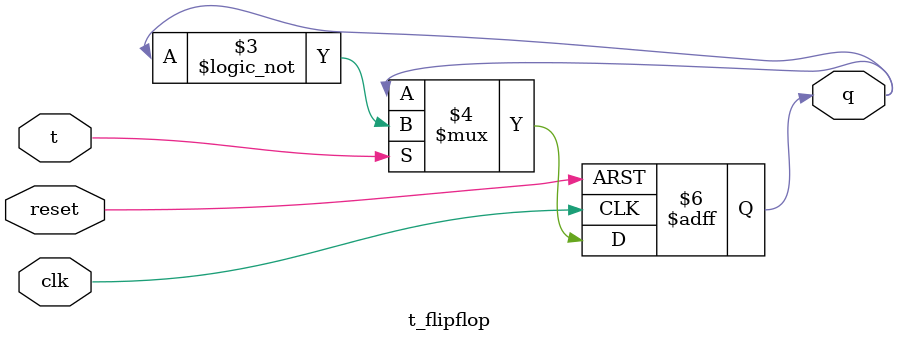
<source format=v>
 module t_flipflop (
  t,clk,reset ,q
  );
  input t, clk, reset ; 
  output q;
  reg q;
  always @ ( posedge clk or negedge reset)
  if (~reset) begin
    q <= 1'b0;
  end else if (t) begin
    q <=  ! q;
  end
  
  endmodule

</source>
